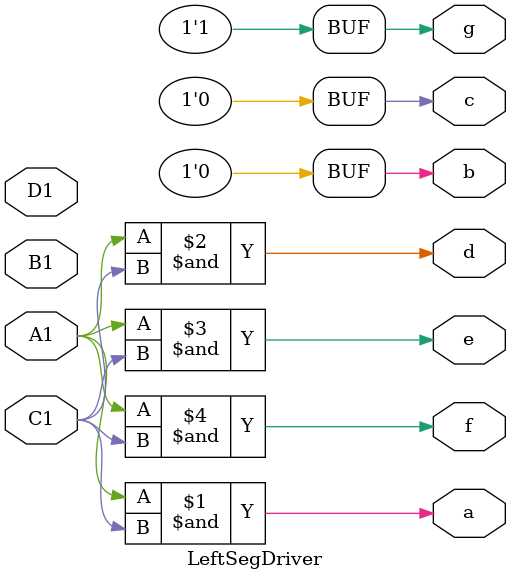
<source format=v>

module LeftSegDriver (A1, B1, C1, D1, a, b, c, d, e, f, g);
input A1, B1, C1, D1;
output a, b, c, d, e, f, g;

assign a = A1&C1;
assign b = 0;
assign c = 0;
assign d = A1&C1;
assign e = A1&C1;
assign f = A1&C1;
assign g = 1;

endmodule
</source>
